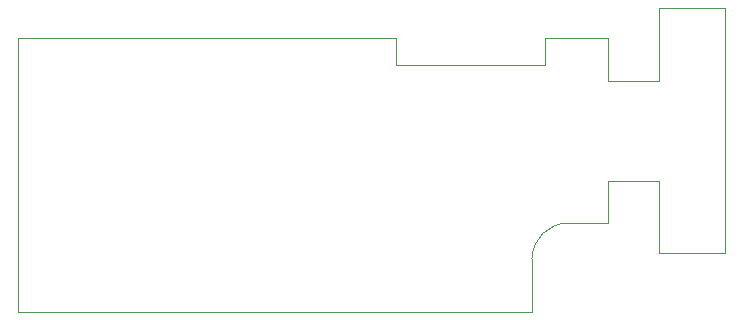
<source format=gm1>
G04 #@! TF.GenerationSoftware,KiCad,Pcbnew,(5.1.4)-1*
G04 #@! TF.CreationDate,2020-10-15T04:09:33+01:00*
G04 #@! TF.ProjectId,buffer,62756666-6572-42e6-9b69-6361645f7063,rev?*
G04 #@! TF.SameCoordinates,Original*
G04 #@! TF.FileFunction,Profile,NP*
%FSLAX46Y46*%
G04 Gerber Fmt 4.6, Leading zero omitted, Abs format (unit mm)*
G04 Created by KiCad (PCBNEW (5.1.4)-1) date 2020-10-15 04:09:33*
%MOMM*%
%LPD*%
G04 APERTURE LIST*
%ADD10C,0.100000*%
G04 APERTURE END LIST*
D10*
X81806600Y-28788360D02*
X86350660Y-28788360D01*
X77488600Y-34963100D02*
X81806600Y-34963100D01*
X81781200Y-43441620D02*
X77488600Y-43441620D01*
X86348120Y-49514760D02*
X81781200Y-49514760D01*
X87394600Y-46974760D02*
X87394600Y-49514760D01*
X87394600Y-28788360D02*
X87397140Y-31328360D01*
X86348120Y-49514760D02*
X87394600Y-49514760D01*
X86350660Y-28788360D02*
X87394600Y-28788360D01*
X81806600Y-31328360D02*
X81806600Y-28788360D01*
X81781200Y-46974760D02*
X81781200Y-49514760D01*
X87397140Y-31328360D02*
X87394600Y-46974760D01*
X81781200Y-43441620D02*
X81781200Y-46974760D01*
X81806600Y-34963100D02*
X81806600Y-31328360D01*
X77488600Y-43441620D02*
X77488600Y-46974760D01*
X77488600Y-31328360D02*
X77488600Y-34963100D01*
X74135799Y-46974760D02*
X77488600Y-46974760D01*
X71011181Y-50048160D02*
X71011600Y-54493160D01*
X72154600Y-31328360D02*
X77488600Y-31328360D01*
X27526800Y-54493160D02*
X71011600Y-54493160D01*
X72154600Y-33588960D02*
X72154600Y-31328360D01*
X71367200Y-33588960D02*
X72154600Y-33588960D01*
X71367200Y-33588960D02*
X59480000Y-33588960D01*
X59480000Y-33588960D02*
X59480000Y-32826960D01*
X59480000Y-31302960D02*
X59480000Y-32826960D01*
X27526800Y-31302960D02*
X59480000Y-31302960D01*
X27526800Y-31302960D02*
X27526800Y-54493160D01*
X71011181Y-50048160D02*
G75*
G02X74135799Y-46974760I3073819J1D01*
G01*
M02*

</source>
